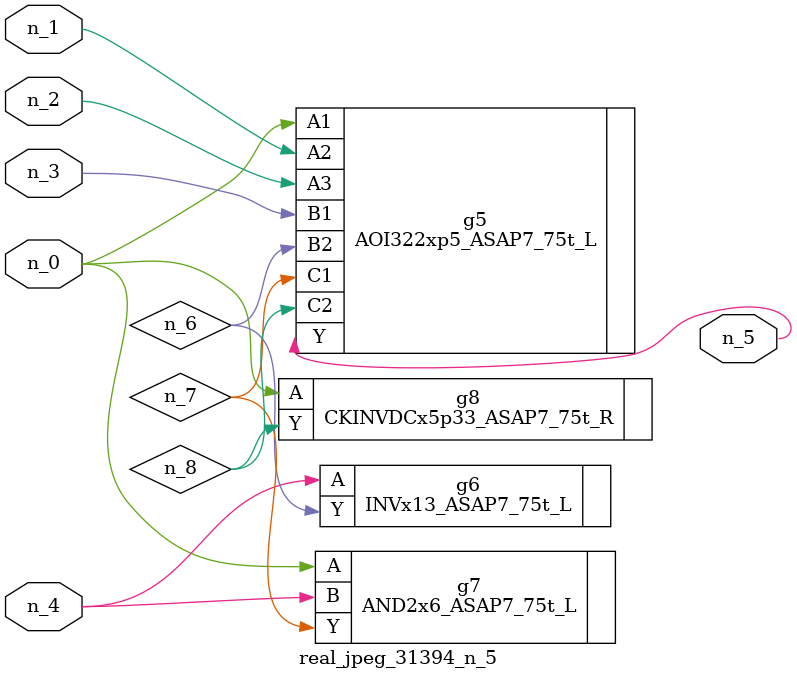
<source format=v>
module real_jpeg_31394_n_5 (n_4, n_0, n_1, n_2, n_3, n_5);

input n_4;
input n_0;
input n_1;
input n_2;
input n_3;

output n_5;

wire n_8;
wire n_6;
wire n_7;

AOI322xp5_ASAP7_75t_L g5 ( 
.A1(n_0),
.A2(n_1),
.A3(n_2),
.B1(n_3),
.B2(n_6),
.C1(n_7),
.C2(n_8),
.Y(n_5)
);

AND2x6_ASAP7_75t_L g7 ( 
.A(n_0),
.B(n_4),
.Y(n_7)
);

CKINVDCx5p33_ASAP7_75t_R g8 ( 
.A(n_0),
.Y(n_8)
);

INVx13_ASAP7_75t_L g6 ( 
.A(n_4),
.Y(n_6)
);


endmodule
</source>
